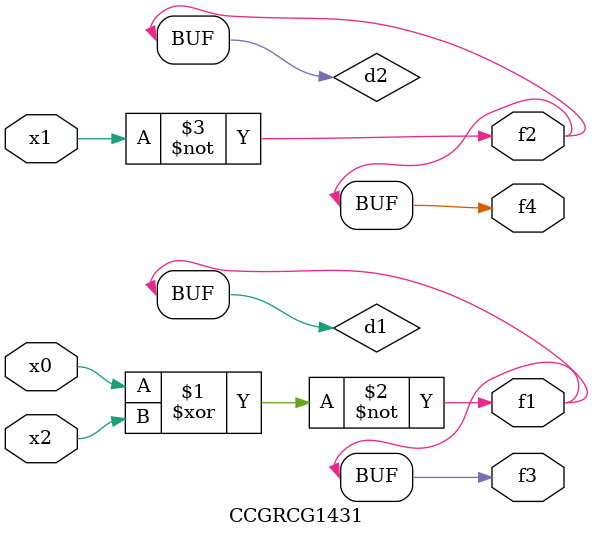
<source format=v>
module CCGRCG1431(
	input x0, x1, x2,
	output f1, f2, f3, f4
);

	wire d1, d2, d3;

	xnor (d1, x0, x2);
	nand (d2, x1);
	nor (d3, x1, x2);
	assign f1 = d1;
	assign f2 = d2;
	assign f3 = d1;
	assign f4 = d2;
endmodule

</source>
